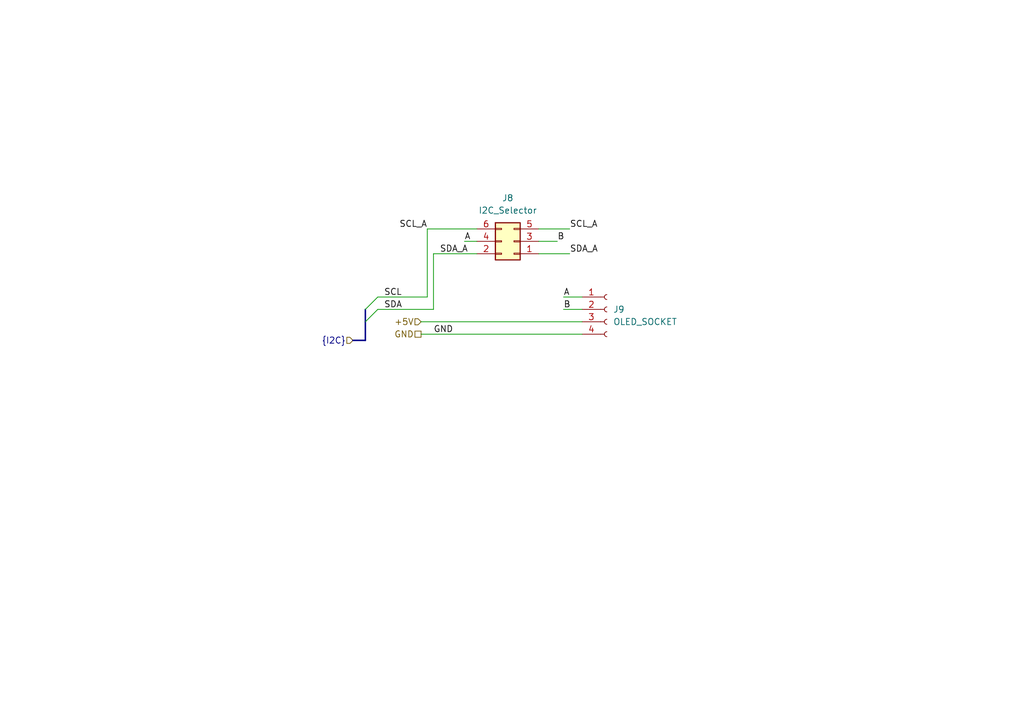
<source format=kicad_sch>
(kicad_sch (version 20231120) (generator "eeschema") (generator_version "8.0")
  (paper "A5")
  (title_block (title "OLED connector") (date "2024-04-17") (rev "1.0"))
  (lib_symbols
    (symbol "Connector:Conn_01x04_Socket" (pin_names (offset 1.016) hide)
      (property "Reference" "J" (at 0 5.08 0))
      (property "Value" "Conn_01x04_Socket" (at 0 -7.62 0))
      (symbol "Conn_01x04_Socket_1_1"
        (arc (start 0 -4.572) (mid -0.5058 -5.08) (end 0 -5.588) (stroke (width 0.1524)))
        (arc (start 0 -2.032) (mid -0.5058 -2.54) (end 0 -3.048) (stroke (width 0.1524)))
        (polyline (pts (xy -1.27 -5.08) (xy -0.508 -5.08)) (stroke (width 0.1524)))
        (polyline (pts (xy -1.27 -2.54) (xy -0.508 -2.54)) (stroke (width 0.1524)))
        (polyline (pts (xy -1.27 0) (xy -0.508 0)) (stroke (width 0.1524)))
        (polyline (pts (xy -1.27 2.54) (xy -0.508 2.54)) (stroke (width 0.1524)))
        (arc (start 0 0.508) (mid -0.5058 0) (end 0 -0.508) (stroke (width 0.1524)))
        (arc (start 0 3.048) (mid -0.5058 2.54) (end 0 2.032) (stroke (width 0.1524)))
        (pin passive line (at -5.08 2.54 0) (length 3.81) (name "Pin_1") (number "1"))
        (pin passive line (at -5.08 0 0) (length 3.81) (name "Pin_2") (number "2"))
        (pin passive line (at -5.08 -2.54 0) (length 3.81) (name "Pin_3") (number "3"))
        (pin passive line (at -5.08 -5.08 0) (length 3.81) (name "Pin_4") (number "4"))
      )
    )
    (symbol "Connector_Generic:Conn_02x03_Odd_Even" (pin_names (offset 1.016) hide)
      (property "Reference" "J" (at 1.27 5.08 0))
      (property "Value" "Conn_02x03_Odd_Even" (at 1.27 -5.08 0))
      (symbol "Conn_02x03_Odd_Even_1_1"
        (rectangle (start -1.27 -2.413) (end 0 -2.667) (stroke (width 0.1524)))
        (rectangle (start -1.27 0.127) (end 0 -0.127) (stroke (width 0.1524)))
        (rectangle (start -1.27 2.667) (end 0 2.413) (stroke (width 0.1524)))
        (rectangle (start -1.27 3.81) (end 3.81 -3.81) (stroke (width 0.254)) (fill (type background)))
        (rectangle (start 3.81 -2.413) (end 2.54 -2.667) (stroke (width 0.1524)))
        (rectangle (start 3.81 0.127) (end 2.54 -0.127) (stroke (width 0.1524)))
        (rectangle (start 3.81 2.667) (end 2.54 2.413) (stroke (width 0.1524)))
        (pin passive line (at -5.08 2.54 0) (length 3.81) (name "Pin_1") (number "1"))
        (pin passive line (at 7.62 2.54 180) (length 3.81) (name "Pin_2") (number "2"))
        (pin passive line (at -5.08 0 0) (length 3.81) (name "Pin_3") (number "3"))
        (pin passive line (at 7.62 0 180) (length 3.81) (name "Pin_4") (number "4"))
        (pin passive line (at -5.08 -2.54 0) (length 3.81) (name "Pin_5") (number "5"))
        (pin passive line (at 7.62 -2.54 180) (length 3.81) (name "Pin_6") (number "6"))
      )
    )
  )
  (bus_entry (at 77.47 60.96) (size -2.54 2.54))
  (bus_entry (at 77.47 63.5) (size -2.54 2.54))
  (bus (pts (xy 74.93 66.04) (xy 74.93 63.5)))
  (bus (pts (xy 74.93 69.85) (xy 74.93 66.04)))
  (wire (pts (xy 86.36 68.58) (xy 119.38 68.58)))
  (wire (pts (xy 95.25 49.53) (xy 97.79 49.53)))
  (wire (pts (xy 87.63 60.96) (xy 87.63 46.99)))
  (wire (pts (xy 115.57 63.5) (xy 119.38 63.5)))
  (wire (pts (xy 115.57 60.96) (xy 119.38 60.96)))
  (wire (pts (xy 88.9 52.07) (xy 97.79 52.07)))
  (wire (pts (xy 110.49 52.07) (xy 116.84 52.07)))
  (wire (pts (xy 77.47 63.5) (xy 88.9 63.5)))
  (wire (pts (xy 110.49 49.53) (xy 114.3 49.53)))
  (wire (pts (xy 110.49 46.99) (xy 116.84 46.99)))
  (wire (pts (xy 77.47 60.96) (xy 87.63 60.96)))
  (bus (pts (xy 72.39 69.85) (xy 74.93 69.85)))
  (wire (pts (xy 88.9 63.5) (xy 88.9 52.07)))
  (wire (pts (xy 87.63 46.99) (xy 97.79 46.99)))
  (wire (pts (xy 86.36 66.04) (xy 119.38 66.04)))
  (label "A" (at 115.57 60.96 0))
  (label "SDA" (at 78.74 63.5 0))
  (label "A" (at 95.25 49.53 0))
  (label "B" (at 114.3 49.53 0))
  (label "SCL_A" (at 87.63 46.99 180))
  (label "SCL_A" (at 116.84 46.99 0))
  (label "SDA_A" (at 90.17 52.07 0))
  (label "SDA_A" (at 116.84 52.07 0))
  (label "B" (at 115.57 63.5 0))
  (label "GND" (at 88.9 68.58 0))
  (label "SCL" (at 78.74 60.96 0))
  (hierarchical_label "{I2C}" (shape input) (at 72.39 69.85 180))
  (hierarchical_label "GND" (shape passive) (at 86.36 68.58 180))
  (hierarchical_label "+5V" (shape input) (at 86.36 66.04 180))
  (symbol (lib_id "Connector:Conn_01x04_Socket") (at 124.46 63.5 0) (unit 1)
    (property "Reference" "J9" (at 125.73 63.4999 0) (effects (justify left)))
    (property "Value" "OLED_SOCKET" (at 125.73 66.0399 0) (effects (justify left)))
    (property "Footprint" "Connector_PinSocket_2.54mm:PinSocket_1x04_P2.54mm_Vertical" (effects (hide yes)))
    (property "Description" "Generic connector, single row, 01x04, script generated" (effects (hide yes)))
  )
  (symbol (lib_id "Connector_Generic:Conn_02x03_Odd_Even") (at 105.41 49.53 180) (unit 1)
    (property "Reference" "J8" (at 104.14 40.64 0))
    (property "Value" "I2C_Selector" (at 104.14 43.18 0))
    (property "Footprint" "Connector_PinHeader_2.54mm:PinHeader_2x03_P2.54mm_Vertical" (effects (hide yes)))
    (property "Description" "Generic connector, double row, 02x03, odd/even pin numbering scheme (row 1 odd numbers, row 2 even numbers), script generated (kicad-library-utils/schlib/autogen/connector/)" (effects (hide yes)))
  )
)
</source>
